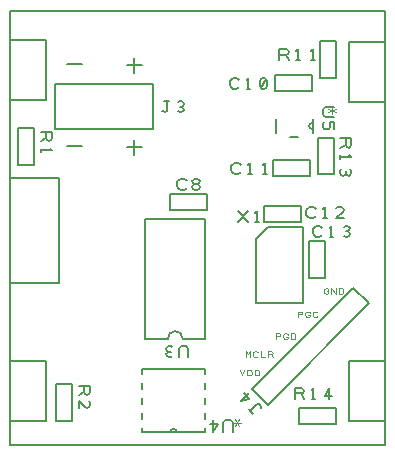
<source format=gbr>
%FSLAX23Y23*%
%MOIN*%
G04 EasyPC Gerber Version 18.0.6 Build 3620 *
%ADD21C,0.00300*%
%ADD88C,0.00400*%
%ADD10C,0.00500*%
%ADD22C,0.00600*%
%ADD71C,0.00800*%
X0Y0D02*
D02*
D10*
X4Y179D02*
X1254D01*
Y1626*
X4*
Y179*
Y459D02*
Y259D01*
X123*
Y459*
X4*
X5Y1070D02*
Y720D01*
X167*
Y1070*
X5*
Y1531D02*
Y1331D01*
X123*
Y1531*
X5*
X106Y1225D02*
X143D01*
Y1203*
X140Y1196*
X134Y1193*
X128Y1196*
X125Y1203*
Y1225*
Y1203D02*
X106Y1193D01*
Y1168D02*
Y1156D01*
Y1162D02*
X143D01*
X137Y1168*
X154Y1232D02*
X479D01*
Y1382*
X154*
Y1232*
X232Y378D02*
X269D01*
Y356*
X266Y349*
X260Y346*
X254Y349*
X251Y356*
Y378*
Y356D02*
X232Y346D01*
Y303D02*
Y328D01*
X254Y306*
X260Y303*
X266Y306*
X269Y312*
Y321*
X266Y328*
X454Y535D02*
X529D01*
G75*
G02X554Y560I25*
G01*
G75*
G02X579Y535J-25*
G01*
X654*
Y935*
X454*
Y535*
X509Y1295D02*
X513Y1292D01*
X519Y1289*
X525Y1292*
X528Y1295*
Y1326*
X535*
X528D02*
X516D01*
X563Y1292D02*
X569Y1289D01*
X575*
X581Y1292*
X585Y1298*
X581Y1305*
X575Y1308*
X569*
X575D02*
X581Y1311D01*
X585Y1317*
X581Y1323*
X575Y1326*
X569*
X563Y1323*
X592Y1037D02*
X589Y1034D01*
X582Y1031*
X573*
X567Y1034*
X564Y1037*
X561Y1043*
Y1056*
X564Y1062*
X567Y1065*
X573Y1068*
X582*
X589Y1065*
X592Y1062*
X620Y1050D02*
X626D01*
X632Y1053*
X636Y1059*
X632Y1065*
X626Y1068*
X620*
X614Y1065*
X611Y1059*
X614Y1053*
X620Y1050*
X614Y1047*
X611Y1040*
X614Y1034*
X620Y1031*
X626*
X632Y1034*
X636Y1040*
X632Y1047*
X626Y1050*
X598Y473D02*
Y501D01*
X595Y507*
X589Y510*
X577*
X570Y507*
X567Y501*
Y473*
X545Y507D02*
X539Y510D01*
X533*
X527Y507*
X523Y501*
X527Y495*
X533Y491*
X539*
X533D02*
X527Y488D01*
X523Y482*
X527Y476*
X533Y473*
X539*
X545Y476*
X767Y1373D02*
X764Y1370D01*
X757Y1367*
X748*
X742Y1370*
X739Y1373*
X736Y1379*
Y1392*
X739Y1398*
X742Y1401*
X748Y1404*
X757*
X764Y1401*
X767Y1398*
X792Y1367D02*
X804D01*
X798D02*
Y1404D01*
X792Y1398*
X839Y1370D02*
X845Y1367D01*
X851*
X857Y1370*
X861Y1376*
Y1395*
X857Y1401*
X851Y1404*
X845*
X839Y1401*
X836Y1395*
Y1376*
X839Y1370*
X857Y1401*
X772Y1090D02*
X769Y1087D01*
X762Y1084*
X753*
X747Y1087*
X744Y1090*
X741Y1096*
Y1109*
X744Y1115*
X747Y1118*
X753Y1121*
X762*
X769Y1118*
X772Y1115*
X797Y1084D02*
X809D01*
X803D02*
Y1121D01*
X797Y1115*
X847Y1084D02*
X859D01*
X853D02*
Y1121D01*
X847Y1115*
X746Y225D02*
Y253D01*
X742Y259*
X736Y262*
X724*
X717Y259*
X714Y253*
Y225*
X680Y262D02*
Y225D01*
X696Y250*
X671*
X764Y924D02*
X796Y961D01*
X764D02*
X796Y924D01*
X821D02*
X833D01*
X827D02*
Y961D01*
X821Y955*
X823Y867D02*
Y655D01*
X981*
Y907*
X863*
X823Y867*
X840Y303D02*
Y307D01*
X838Y314*
X832Y316*
X827*
X805Y294*
X801Y299*
X805Y294D02*
X814Y285D01*
X799Y354D02*
X772Y327D01*
X801Y334*
X783Y352*
X862Y314D02*
X1200Y652D01*
X1147Y705*
X809Y367*
X862Y314*
X900Y1462D02*
Y1499D01*
X922*
X929Y1496*
X932Y1490*
X929Y1484*
X922Y1481*
X900*
X922D02*
X932Y1462D01*
X957D02*
X969D01*
X963D02*
Y1499D01*
X957Y1493*
X1007Y1462D02*
X1019D01*
X1013D02*
Y1499D01*
X1007Y1493*
X953Y333D02*
Y370D01*
X974*
X981Y367*
X984Y361*
X981Y355*
X974Y352*
X953*
X974D02*
X984Y333D01*
X1009D02*
X1021D01*
X1015D02*
Y370D01*
X1009Y364*
X1068Y333D02*
Y370D01*
X1053Y345*
X1077*
X1022Y942D02*
X1019Y939D01*
X1012Y936*
X1003*
X997Y939*
X994Y942*
X991Y948*
Y961*
X994Y967*
X997Y970*
X1003Y973*
X1012*
X1019Y970*
X1022Y967*
X1047Y936D02*
X1059D01*
X1053D02*
Y973D01*
X1047Y967*
X1116Y936D02*
X1091D01*
X1112Y958*
X1116Y964*
X1112Y970*
X1106Y973*
X1097*
X1091Y970*
X1044Y880D02*
X1041Y877D01*
X1034Y874*
X1025*
X1019Y877*
X1016Y880*
X1013Y886*
Y899*
X1016Y905*
X1019Y908*
X1025Y911*
X1034*
X1041Y908*
X1044Y905*
X1069Y874D02*
X1081D01*
X1075D02*
Y911D01*
X1069Y905*
X1116Y877D02*
X1122Y874D01*
X1128*
X1134Y877*
X1138Y883*
X1134Y890*
X1128Y893*
X1122*
X1128D02*
X1134Y896D01*
X1138Y902*
X1134Y908*
X1128Y911*
X1122*
X1116Y908*
X1085Y1307D02*
X1057D01*
X1051Y1303*
X1048Y1297*
Y1285*
X1051Y1278*
X1057Y1275*
X1085*
X1051Y1257D02*
X1048Y1250D01*
Y1241*
X1051Y1235*
X1057Y1232*
X1060*
X1067Y1235*
X1070Y1241*
Y1257*
X1085*
Y1232*
X1104Y1203D02*
X1141D01*
Y1181*
X1138Y1174*
X1132Y1171*
X1126Y1174*
X1123Y1181*
Y1203*
Y1181D02*
X1104Y1171D01*
Y1146D02*
Y1134D01*
Y1140D02*
X1141D01*
X1135Y1146*
X1107Y1099D02*
X1104Y1093D01*
Y1087*
X1107Y1081*
X1113Y1078*
X1120Y1081*
X1123Y1087*
Y1093*
Y1087D02*
X1126Y1081D01*
X1132Y1078*
X1138Y1081*
X1141Y1087*
Y1093*
X1138Y1099*
X1252Y261D02*
Y461D01*
X1134*
Y261*
X1252*
X1254Y1325D02*
Y1525D01*
X1135*
Y1325*
X1254*
D02*
D71*
X30Y1238D02*
X83D01*
Y1115*
X30*
Y1238*
X192Y1177D02*
X242D01*
X192Y1450D02*
X242D01*
X211Y260D02*
X158D01*
Y383*
X211*
Y260*
X392Y1173D02*
X442D01*
X417Y1148D02*
Y1198D01*
X392Y1446D02*
X442D01*
X417Y1421D02*
Y1471D01*
X537Y964D02*
Y1017D01*
X660*
Y964*
X537*
X849Y924D02*
Y977D01*
X972*
Y924*
X849*
X880Y1077D02*
Y1130D01*
X1003*
Y1077*
X880*
X887Y1359D02*
Y1412D01*
X1010*
Y1359*
X887*
X967Y250D02*
Y303D01*
X1090*
Y250*
X967*
X1030Y1205D02*
X1083D01*
Y1082*
X1030*
Y1205*
X1037Y1526D02*
X1090D01*
Y1403*
X1037*
Y1526*
X1054Y736D02*
X1001D01*
Y859*
X1054*
Y736*
D02*
D21*
X774Y255D02*
X749D01*
X767Y267D02*
X755Y242D01*
X767D02*
X755Y267D01*
X1078Y1308D02*
Y1283D01*
X1065Y1301D02*
X1090Y1289D01*
Y1301D02*
X1065Y1289D01*
D02*
D22*
X443Y287D02*
Y266D01*
Y337D02*
Y316D01*
Y387D02*
Y366D01*
Y416D02*
Y432D01*
X655*
Y416*
X561Y222D02*
G75*
G03X537I-12D01*
G01*
X655Y237D02*
Y222D01*
X443*
Y237*
X655Y266D02*
Y287D01*
Y316D02*
Y337D01*
Y366D02*
Y387D01*
X890Y1268D02*
Y1219D01*
X938Y1208D02*
X965D01*
X1013Y1219D02*
Y1268D01*
Y1256D02*
G75*
G03Y1232J-12D01*
G01*
D02*
D88*
X769Y431D02*
X776Y412D01*
X784Y431*
X794Y412D02*
Y431D01*
X803*
X806Y429*
X808Y428*
X809Y425*
Y418*
X808Y415*
X806Y414*
X803Y412*
X794*
X819D02*
Y431D01*
X828*
X831Y429*
X833Y428*
X834Y425*
Y418*
X833Y415*
X831Y414*
X828Y412*
X819*
X789Y473D02*
Y492D01*
X796Y483*
X804Y492*
Y473*
X829Y476D02*
X828Y475D01*
X824Y473*
X820*
X817Y475*
X815Y476*
X814Y479*
Y486*
X815Y489*
X817Y490*
X820Y492*
X824*
X828Y490*
X829Y489*
X839Y492D02*
Y473D01*
X854*
X864D02*
Y492D01*
X874*
X878Y490*
X879Y487*
X878Y484*
X874Y483*
X864*
X874D02*
X879Y473D01*
X889Y533D02*
Y552D01*
X900*
X904Y550*
X905Y547*
X904Y544*
X900Y543*
X889*
X925Y541D02*
X930D01*
Y539*
X929Y536*
X927Y535*
X924Y533*
X921*
X918Y535*
X916Y536*
X914Y539*
Y546*
X916Y549*
X918Y550*
X921Y552*
X924*
X927Y550*
X929Y549*
X930Y546*
X939Y533D02*
Y552D01*
X949*
X952Y550*
X954Y549*
X955Y546*
Y539*
X954Y536*
X952Y535*
X949Y533*
X939*
X963Y606D02*
Y625D01*
X973*
X977Y623*
X978Y620*
X977Y617*
X973Y616*
X963*
X998Y614D02*
X1003D01*
Y612*
X1002Y609*
X1000Y608*
X997Y606*
X994*
X991Y608*
X989Y609*
X988Y612*
Y619*
X989Y622*
X991Y623*
X994Y625*
X997*
X1000Y623*
X1002Y622*
X1003Y619*
X1028Y609D02*
X1027Y608D01*
X1023Y606*
X1019*
X1016Y608*
X1014Y609*
X1013Y612*
Y619*
X1014Y622*
X1016Y623*
X1019Y625*
X1023*
X1027Y623*
X1028Y622*
X1060Y692D02*
X1065D01*
Y690*
X1064Y687*
X1062Y686*
X1059Y684*
X1056*
X1053Y686*
X1051Y687*
X1050Y690*
Y697*
X1051Y700*
X1053Y701*
X1056Y703*
X1059*
X1062Y701*
X1064Y700*
X1065Y697*
X1075Y684D02*
Y703D01*
X1090Y684*
Y703*
X1100Y684D02*
Y703D01*
X1109*
X1112Y701*
X1114Y700*
X1115Y697*
Y690*
X1114Y687*
X1112Y686*
X1109Y684*
X1100*
X0Y0D02*
M02*

</source>
